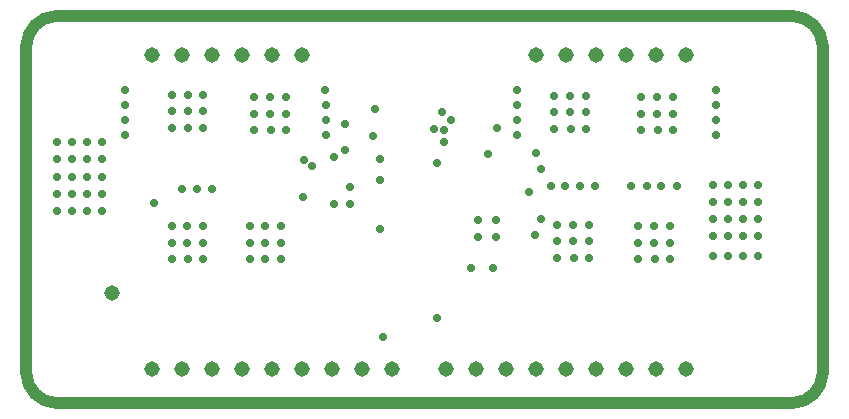
<source format=gbr>
G04*
G04 #@! TF.GenerationSoftware,Altium Limited,Altium Designer,23.8.1 (32)*
G04*
G04 Layer_Physical_Order=2*
G04 Layer_Color=32768*
%FSLAX25Y25*%
%MOIN*%
G70*
G04*
G04 #@! TF.SameCoordinates,08085802-0E6A-4E4E-A806-44F487ACA516*
G04*
G04*
G04 #@! TF.FilePolarity,Negative*
G04*
G01*
G75*
%ADD72C,0.04000*%
%ADD73C,0.05143*%
%ADD74C,0.02800*%
D72*
X175000Y194499D02*
G03*
X185000Y184500I10250J251D01*
G01*
X430501Y184500D02*
G03*
X440500Y194500I-251J10250D01*
G01*
X440500Y303501D02*
G03*
X430500Y313500I-10250J-251D01*
G01*
X184999Y313500D02*
G03*
X175000Y303500I251J-10250D01*
G01*
X185000Y184500D02*
X430501Y184500D01*
X440500Y303501D02*
X440500Y194500D01*
X184999Y313500D02*
X430500Y313500D01*
X175000Y194499D02*
X175000Y303500D01*
D73*
X203500Y221200D02*
D03*
X297000Y196000D02*
D03*
X287000D02*
D03*
X277000D02*
D03*
X267000D02*
D03*
X257000D02*
D03*
X247000D02*
D03*
X237000D02*
D03*
X227000D02*
D03*
X217000D02*
D03*
X315000D02*
D03*
X325000D02*
D03*
X335000D02*
D03*
X345000D02*
D03*
X355000D02*
D03*
X365000D02*
D03*
X375000D02*
D03*
X385000D02*
D03*
X395000D02*
D03*
X345000Y300500D02*
D03*
X355000D02*
D03*
X365000D02*
D03*
X375000D02*
D03*
X385000D02*
D03*
X395000D02*
D03*
X217000D02*
D03*
X227000D02*
D03*
X237000D02*
D03*
X247000D02*
D03*
X257000D02*
D03*
X267000D02*
D03*
D74*
X409000Y233600D02*
D03*
X404000D02*
D03*
X414000D02*
D03*
X419000D02*
D03*
X404000Y257275D02*
D03*
Y240250D02*
D03*
Y245925D02*
D03*
Y251600D02*
D03*
X409000Y257275D02*
D03*
Y240250D02*
D03*
Y245925D02*
D03*
Y251600D02*
D03*
X414000D02*
D03*
Y257275D02*
D03*
X419000Y251600D02*
D03*
Y257275D02*
D03*
X414000Y240250D02*
D03*
Y245925D02*
D03*
X419000Y240250D02*
D03*
Y245925D02*
D03*
X185200Y254325D02*
D03*
X195200Y271350D02*
D03*
X185200Y260000D02*
D03*
Y265675D02*
D03*
Y271350D02*
D03*
X190200Y254325D02*
D03*
Y260000D02*
D03*
Y265675D02*
D03*
Y271350D02*
D03*
X195200Y248650D02*
D03*
Y254325D02*
D03*
Y260000D02*
D03*
Y265675D02*
D03*
X185200Y248650D02*
D03*
X200200Y254325D02*
D03*
X190200Y248650D02*
D03*
X200200D02*
D03*
Y260000D02*
D03*
Y265675D02*
D03*
Y271350D02*
D03*
X330600Y229400D02*
D03*
X323347Y229500D02*
D03*
X314200Y275600D02*
D03*
X331800Y276300D02*
D03*
X329000Y267500D02*
D03*
X311000Y276000D02*
D03*
X314106Y271606D02*
D03*
X312000Y264389D02*
D03*
X293000Y259000D02*
D03*
X217500Y251200D02*
D03*
X226858Y256000D02*
D03*
X267200Y253282D02*
D03*
X267600Y265500D02*
D03*
X270200Y263600D02*
D03*
X231929Y256000D02*
D03*
X237000D02*
D03*
X346500Y246000D02*
D03*
X342500Y255000D02*
D03*
X376622Y257000D02*
D03*
X350000D02*
D03*
X364756D02*
D03*
X313500Y281500D02*
D03*
X316500Y279000D02*
D03*
X312000Y213000D02*
D03*
X325500Y240000D02*
D03*
Y245500D02*
D03*
X294000Y206500D02*
D03*
X293000Y242500D02*
D03*
X274900Y274000D02*
D03*
Y279000D02*
D03*
Y284000D02*
D03*
X274500Y289000D02*
D03*
X346500Y262500D02*
D03*
X293000Y266000D02*
D03*
X290500Y273500D02*
D03*
X357250Y244000D02*
D03*
X352000D02*
D03*
X381872Y256872D02*
D03*
X354756Y257000D02*
D03*
X359756D02*
D03*
X277511Y266390D02*
D03*
X331700Y245500D02*
D03*
Y240000D02*
D03*
X345000Y268000D02*
D03*
X338500Y274000D02*
D03*
X344729Y240618D02*
D03*
X281358Y277358D02*
D03*
X281217Y268717D02*
D03*
X282941Y256500D02*
D03*
Y251000D02*
D03*
X291104Y282368D02*
D03*
X405000Y289000D02*
D03*
X405000Y274000D02*
D03*
Y279000D02*
D03*
Y284000D02*
D03*
X338500Y284000D02*
D03*
Y279000D02*
D03*
Y289000D02*
D03*
X208000D02*
D03*
Y284000D02*
D03*
Y279000D02*
D03*
Y274000D02*
D03*
X386500Y256872D02*
D03*
X391872D02*
D03*
X228785Y281673D02*
D03*
Y287173D02*
D03*
X223535D02*
D03*
Y276173D02*
D03*
X229035D02*
D03*
X223535Y281673D02*
D03*
X234035Y276173D02*
D03*
Y287173D02*
D03*
Y281673D02*
D03*
X256250Y281000D02*
D03*
Y286500D02*
D03*
X251000D02*
D03*
Y275500D02*
D03*
X256500D02*
D03*
X251000Y281000D02*
D03*
X261500Y275500D02*
D03*
Y286500D02*
D03*
Y281000D02*
D03*
X356250Y281500D02*
D03*
Y287000D02*
D03*
X351000D02*
D03*
Y276000D02*
D03*
X356500D02*
D03*
X351000Y281500D02*
D03*
X361500Y276000D02*
D03*
Y287000D02*
D03*
Y281500D02*
D03*
X385250Y281000D02*
D03*
Y286500D02*
D03*
X380000D02*
D03*
Y275500D02*
D03*
X385500D02*
D03*
X380000Y281000D02*
D03*
X390500Y275500D02*
D03*
Y286500D02*
D03*
Y281000D02*
D03*
X357250Y238500D02*
D03*
X352000Y233000D02*
D03*
X357500D02*
D03*
X352000Y238500D02*
D03*
X362500Y233000D02*
D03*
Y244000D02*
D03*
Y238500D02*
D03*
X384250Y238000D02*
D03*
Y243500D02*
D03*
X379000D02*
D03*
Y232500D02*
D03*
X384500D02*
D03*
X379000Y238000D02*
D03*
X389500Y232500D02*
D03*
Y243500D02*
D03*
Y238000D02*
D03*
X228750D02*
D03*
Y243500D02*
D03*
X223500D02*
D03*
Y232500D02*
D03*
X229000D02*
D03*
X223500Y238000D02*
D03*
X234000Y232500D02*
D03*
Y243500D02*
D03*
Y238000D02*
D03*
X254750D02*
D03*
Y243500D02*
D03*
X249500D02*
D03*
Y232500D02*
D03*
X254750D02*
D03*
X249500Y238000D02*
D03*
X260000Y232500D02*
D03*
Y243500D02*
D03*
Y238000D02*
D03*
X277441Y251000D02*
D03*
M02*

</source>
